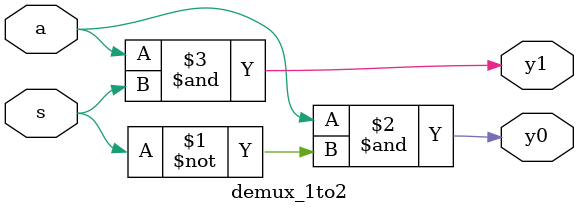
<source format=v>
module demux_1to2(input a,s, output y0,y1);
assign y0=a&~s;
assign y1=a&s;
endmodule

</source>
